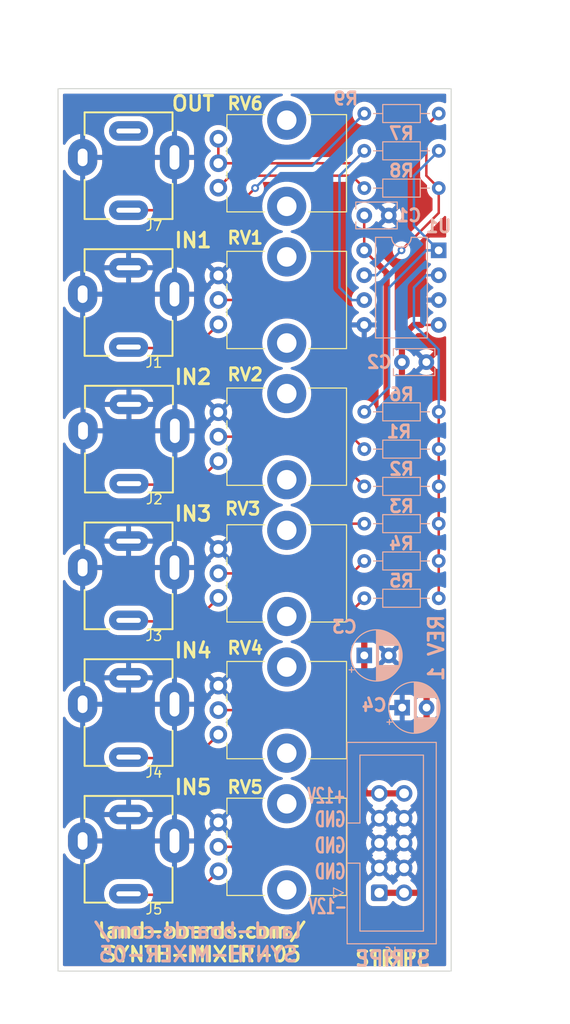
<source format=kicad_pcb>
(kicad_pcb (version 20211014) (generator pcbnew)
  (title_block (title "SYNTH-MIXER-05") (date "2022-09-27") (rev "1") (company "8 HP WIDE"))
  (layers (0 "F.Cu" signal) (31 "B.Cu" signal) (34 "B.Paste" user) (35 "F.Paste" user) (36 "B.SilkS" user "B.Silkscreen") (37 "F.SilkS" user "F.Silkscreen") (38 "B.Mask" user) (39 "F.Mask" user) (44 "Edge.Cuts" user))
  (net 0 "")
  (net 1 "+12V")
  (net 2 "GND")
  (net 3 "-12V")
  (net 4 "/IN1")
  (net 5 "/IN2")
  (net 6 "/IN3")
  (net 7 "Net-(R1-Pad1)")
  (net 8 "Net-(R1-Pad2)")
  (net 9 "Net-(R2-Pad1)")
  (net 10 "Net-(R3-Pad1)")
  (net 11 "Net-(R4-Pad1)")
  (net 12 "Net-(R5-Pad1)")
  (net 13 "Net-(R6-Pad2)")
  (net 14 "Net-(R7-Pad2)")
  (net 15 "Net-(R8-Pad1)")
  (net 16 "Net-(R8-Pad2)")
  (net 17 "/IN4")
  (net 18 "/IN5")
  (net 19 "/OUT")
  (footprint "Potentiometer_THT:Potentiometer_Bourns_PTV09A-1_Single_Vertical" (layer "F.Cu") (at 82.85 118.07)
    (fp_text reference "RV5" (at 2.748001 -8.595995) (layer "F.SilkS") (effects (font (size 1.27 1.27) (thickness 0.2794))))
    (fp_text value "100K")
    (pad "" np_thru_hole circle (at 7 1.9) (size 4 4) (drill 2) (layers *.Cu *.Mask))
    (pad "" np_thru_hole circle (at 7 -6.9) (size 4 4) (drill 2) (layers *.Cu *.Mask))
    (pad "1" thru_hole circle (at 0 0) (size 1.8 1.8) (drill 1) (layers *.Cu *.Mask) (net 18 "/IN5"))
    (pad "2" thru_hole circle (at 0 -2.5) (size 1.8 1.8) (drill 1) (layers *.Cu *.Mask) (net 12 "Net-(R5-Pad1)"))
    (pad "3" thru_hole circle (at 0 -5) (size 1.8 1.8) (drill 1) (layers *.Cu *.Mask) (net 2 "GND"))
  )
  (footprint "Potentiometer_THT:Potentiometer_Bourns_PTV09A-1_Single_Vertical" (layer "F.Cu") (at 82.85 62.19)
    (fp_text reference "RV1" (at 2.748001 -8.849995) (layer "F.SilkS") (effects (font (size 1.27 1.27) (thickness 0.2794))))
    (fp_text value "100K")
    (pad "" np_thru_hole circle (at 7 1.9) (size 4 4) (drill 2) (layers *.Cu *.Mask))
    (pad "" np_thru_hole circle (at 7 -6.9) (size 4 4) (drill 2) (layers *.Cu *.Mask))
    (pad "1" thru_hole circle (at 0 0) (size 1.8 1.8) (drill 1) (layers *.Cu *.Mask) (net 4 "/IN1"))
    (pad "2" thru_hole circle (at 0 -2.5) (size 1.8 1.8) (drill 1) (layers *.Cu *.Mask) (net 7 "Net-(R1-Pad1)"))
    (pad "3" thru_hole circle (at 0 -5) (size 1.8 1.8) (drill 1) (layers *.Cu *.Mask) (net 2 "GND"))
  )
  (footprint "Potentiometer_THT:Potentiometer_Bourns_PTV09A-1_Single_Vertical" (layer "F.Cu") (at 82.85 90.13)
    (fp_text reference "RV3" (at 2.494001 -9.103995) (layer "F.SilkS") (effects (font (size 1.27 1.27) (thickness 0.2794))))
    (fp_text value "100K")
    (pad "" np_thru_hole circle (at 7 -6.9) (size 4 4) (drill 2) (layers *.Cu *.Mask))
    (pad "" np_thru_hole circle (at 7 1.9) (size 4 4) (drill 2) (layers *.Cu *.Mask))
    (pad "1" thru_hole circle (at 0 0) (size 1.8 1.8) (drill 1) (layers *.Cu *.Mask) (net 6 "/IN3"))
    (pad "2" thru_hole circle (at 0 -2.5) (size 1.8 1.8) (drill 1) (layers *.Cu *.Mask) (net 10 "Net-(R3-Pad1)"))
    (pad "3" thru_hole circle (at 0 -5) (size 1.8 1.8) (drill 1) (layers *.Cu *.Mask) (net 2 "GND"))
  )
  (footprint "AudioJacks:Jack_3.5mm_QingPu_WQP-PJ301BM_Vertical" (layer "F.Cu") (at 73.66 115.57 180)
    (fp_text reference "J5" (at -2.6 -6.4 180) (layer "F.SilkS"))
    (fp_text value "PJ-301BM")
    (pad "S" thru_hole oval locked (at 4.7 0.6 270) (size 3.8 3) (drill oval 1.8 1) (layers *.Cu *.Mask) (net 2 "GND"))
    (pad "S" thru_hole oval locked (at -4.7 0.6 270) (size 4.5 3) (drill oval 2.5 1) (layers *.Cu *.Mask) (net 2 "GND"))
    (pad "T" thru_hole oval locked (at 0 -4.8 180) (size 4 2) (drill oval 2.5 0.5) (layers *.Cu *.Mask) (net 18 "/IN5"))
    (pad "TN" thru_hole oval locked (at 0 3.3 180) (size 4 2) (drill oval 2.5 0.5) (layers *.Cu *.Mask) (net 2 "GND"))
  )
  (footprint "AudioJacks:Jack_3.5mm_QingPu_WQP-PJ301BM_Vertical" (layer "F.Cu") (at 73.66 45.72 180)
    (fp_text reference "J7" (at -2.6 -6.4 180) (layer "F.SilkS"))
    (fp_text value "PJ-301BM")
    (pad "S" thru_hole oval locked (at -4.7 0.6 270) (size 4.5 3) (drill oval 2.5 1) (layers *.Cu *.Mask) (net 2 "GND"))
    (pad "S" thru_hole oval locked (at 4.7 0.6 270) (size 3.8 3) (drill oval 1.8 1) (layers *.Cu *.Mask) (net 2 "GND"))
    (pad "T" thru_hole oval locked (at 0 -4.8 180) (size 4 2) (drill oval 2.5 0.5) (layers *.Cu *.Mask) (net 19 "/OUT"))
    (pad "TN" thru_hole oval locked (at 0 3.3 180) (size 4 2) (drill oval 2.5 0.5) (layers *.Cu *.Mask))
  )
  (footprint "AudioJacks:Jack_3.5mm_QingPu_WQP-PJ301BM_Vertical" (layer "F.Cu") (at 73.700005 73.66 180)
    (fp_text reference "J2" (at -2.6 -6.4 180) (layer "F.SilkS"))
    (fp_text value "PJ-301BM")
    (pad "S" thru_hole oval locked (at 4.7 0.6 270) (size 3.8 3) (drill oval 1.8 1) (layers *.Cu *.Mask) (net 2 "GND"))
    (pad "S" thru_hole oval locked (at -4.7 0.6 270) (size 4.5 3) (drill oval 2.5 1) (layers *.Cu *.Mask) (net 2 "GND"))
    (pad "T" thru_hole oval locked (at 0 -4.8 180) (size 4 2) (drill oval 2.5 0.5) (layers *.Cu *.Mask) (net 5 "/IN2"))
    (pad "TN" thru_hole oval locked (at 0 3.3 180) (size 4 2) (drill oval 2.5 0.5) (layers *.Cu *.Mask) (net 2 "GND"))
  )
  (footprint "AudioJacks:Jack_3.5mm_QingPu_WQP-PJ301BM_Vertical" (layer "F.Cu") (at 73.66 59.700008 180)
    (fp_text reference "J1" (at -2.6 -6.4 180) (layer "F.SilkS"))
    (fp_text value "PJ-301BM")
    (pad "S" thru_hole oval locked (at -4.7 0.6 270) (size 4.5 3) (drill oval 2.5 1) (layers *.Cu *.Mask) (net 2 "GND"))
    (pad "S" thru_hole oval locked (at 4.7 0.6 270) (size 3.8 3) (drill oval 1.8 1) (layers *.Cu *.Mask) (net 2 "GND"))
    (pad "T" thru_hole oval locked (at 0 -4.8 180) (size 4 2) (drill oval 2.5 0.5) (layers *.Cu *.Mask) (net 4 "/IN1"))
    (pad "TN" thru_hole oval locked (at 0 3.3 180) (size 4 2) (drill oval 2.5 0.5) (layers *.Cu *.Mask) (net 2 "GND"))
  )
  (footprint "Potentiometer_THT:Potentiometer_Bourns_PTV09A-1_Single_Vertical" (layer "F.Cu") (at 82.85 48.22)
    (fp_text reference "RV6" (at 2.748001 -8.595995) (layer "F.SilkS") (effects (font (size 1.27 1.27) (thickness 0.2794))))
    (fp_text value "100K")
    (pad "" np_thru_hole circle (at 7 1.9) (size 4 4) (drill 2) (layers *.Cu *.Mask))
    (pad "" np_thru_hole circle (at 7 -6.9) (size 4 4) (drill 2) (layers *.Cu *.Mask))
    (pad "1" thru_hole circle (at 0 0) (size 1.8 1.8) (drill 1) (layers *.Cu *.Mask) (net 15 "Net-(R8-Pad1)"))
    (pad "2" thru_hole circle (at 0 -2.5) (size 1.8 1.8) (drill 1) (layers *.Cu *.Mask) (net 14 "Net-(R7-Pad2)"))
    (pad "3" thru_hole circle (at 0 -5) (size 1.8 1.8) (drill 1) (layers *.Cu *.Mask) (net 14 "Net-(R7-Pad2)"))
  )
  (footprint "AudioJacks:Jack_3.5mm_QingPu_WQP-PJ301BM_Vertical" (layer "F.Cu") (at 73.66 101.6 180)
    (fp_text reference "J4" (at -2.6 -6.4 180) (layer "F.SilkS"))
    (fp_text value "PJ-301BM")
    (pad "S" thru_hole oval locked (at 4.7 0.6 270) (size 3.8 3) (drill oval 1.8 1) (layers *.Cu *.Mask) (net 2 "GND"))
    (pad "S" thru_hole oval locked (at -4.7 0.6 270) (size 4.5 3) (drill oval 2.5 1) (layers *.Cu *.Mask) (net 2 "GND"))
    (pad "T" thru_hole oval locked (at 0 -4.8 180) (size 4 2) (drill oval 2.5 0.5) (layers *.Cu *.Mask) (net 17 "/IN4"))
    (pad "TN" thru_hole oval locked (at 0 3.3 180) (size 4 2) (drill oval 2.5 0.5) (layers *.Cu *.Mask) (net 2 "GND"))
  )
  (footprint "Potentiometer_THT:Potentiometer_Bourns_PTV09A-1_Single_Vertical" (layer "F.Cu") (at 82.85 76.16)
    (fp_text reference "RV2" (at 2.748001 -8.849995) (layer "F.SilkS") (effects (font (size 1.27 1.27) (thickness 0.2794))))
    (fp_text value "100K")
    (pad "" np_thru_hole circle (at 7 1.9) (size 4 4) (drill 2) (layers *.Cu *.Mask))
    (pad "" np_thru_hole circle (at 7 -6.9) (size 4 4) (drill 2) (layers *.Cu *.Mask))
    (pad "1" thru_hole circle (at 0 0) (size 1.8 1.8) (drill 1) (layers *.Cu *.Mask) (net 5 "/IN2"))
    (pad "2" thru_hole circle (at 0 -2.5) (size 1.8 1.8) (drill 1) (layers *.Cu *.Mask) (net 9 "Net-(R2-Pad1)"))
    (pad "3" thru_hole circle (at 0 -5) (size 1.8 1.8) (drill 1) (layers *.Cu *.Mask) (net 2 "GND"))
  )
  (footprint "Potentiometer_THT:Potentiometer_Bourns_PTV09A-1_Single_Vertical" (layer "F.Cu") (at 82.85 104.1)
    (fp_text reference "RV4" (at 2.748001 -8.849995) (layer "F.SilkS") (effects (font (size 1.27 1.27) (thickness 0.2794))))
    (fp_text value "100K")
    (pad "" np_thru_hole circle (at 7 1.9) (size 4 4) (drill 2) (layers *.Cu *.Mask))
    (pad "" np_thru_hole circle (at 7 -6.9) (size 4 4) (drill 2) (layers *.Cu *.Mask))
    (pad "1" thru_hole circle (at 0 0) (size 1.8 1.8) (drill 1) (layers *.Cu *.Mask) (net 17 "/IN4"))
    (pad "2" thru_hole circle (at 0 -2.5) (size 1.8 1.8) (drill 1) (layers *.Cu *.Mask) (net 11 "Net-(R4-Pad1)"))
    (pad "3" thru_hole circle (at 0 -5) (size 1.8 1.8) (drill 1) (layers *.Cu *.Mask) (net 2 "GND"))
  )
  (footprint "AudioJacks:Jack_3.5mm_QingPu_WQP-PJ301BM_Vertical" (layer "F.Cu") (at 73.66 87.63 180)
    (fp_text reference "J3" (at -2.6 -6.4 180) (layer "F.SilkS"))
    (fp_text value "PJ-301BM")
    (pad "S" thru_hole oval locked (at 4.7 0.6 270) (size 3.8 3) (drill oval 1.8 1) (layers *.Cu *.Mask) (net 2 "GND"))
    (pad "S" thru_hole oval locked (at -4.7 0.6 270) (size 4.5 3) (drill oval 2.5 1) (layers *.Cu *.Mask) (net 2 "GND"))
    (pad "T" thru_hole oval locked (at 0 -4.8 180) (size 4 2) (drill oval 2.5 0.5) (layers *.Cu *.Mask) (net 6 "/IN3"))
    (pad "TN" thru_hole oval locked (at 0 3.3 180) (size 4 2) (drill oval 2.5 0.5) (layers *.Cu *.Mask) (net 2 "GND"))
  )
  (footprint "Capacitor_THT:C_Rect_L4.0mm_W2.5mm_P2.50mm" (layer "B.Cu") (at 104.14 66.04 180)
    (fp_text reference "C2" (at 4.826 0) (layer "B.SilkS") (effects (font (size 1.27 1.27) (thickness 0.2794)) (justify mirror)))
    (fp_text value "0.1uF")
    (pad "1" thru_hole circle (at 0 0 180) (size 1.6 1.6) (drill 0.8) (layers *.Cu *.Mask) (net 2 "GND"))
    (pad "2" thru_hole circle (at 2.5 0 180) (size 1.6 1.6) (drill 0.8) (layers *.Cu *.Mask) (net 3 "-12V"))
  )
  (footprint "Connector_IDC:IDC-Header_2x05_P2.54mm_Vertical" (layer "B.Cu") (at 99.3235 120.269)
    (fp_text reference "J6" (at 1.27 6.1) (layer "B.SilkS") (effects (justify mirror)))
    (fp_text value "Conn_02x05")
    (pad "1" thru_hole roundrect (at 0 0) (size 1.7 1.7) (drill 1) (layers *.Cu *.Mask) (roundrect_rratio 0.1470588235) (net 3 "-12V"))
    (pad "2" thru_hole circle (at 2.54 0) (size 1.7 1.7) (drill 1) (layers *.Cu *.Mask) (net 3 "-12V"))
    (pad "3" thru_hole circle (at 0 -2.54) (size 1.7 1.7) (drill 1) (layers *.Cu *.Mask) (net 2 "GND"))
    (pad "4" thru_hole circle (at 2.54 -2.54) (size 1.7 1.7) (drill 1) (layers *.Cu *.Mask) (net 2 "GND"))
    (pad "5" thru_hole circle (at 0 -5.08) (size 1.7 1.7) (drill 1) (layers *.Cu *.Mask) (net 2 "GND"))
    (pad "6" thru_hole circle (at 2.54 -5.08) (size 1.7 1.7) (drill 1) (layers *.Cu *.Mask) (net 2 "GND"))
    (pad "7" thru_hole circle (at 0 -7.62) (size 1.7 1.7) (drill 1) (layers *.Cu *.Mask) (net 2 "GND"))
    (pad "8" thru_hole circle (at 2.54 -7.62) (size 1.7 1.7) (drill 1) (layers *.Cu *.Mask) (net 2 "GND"))
    (pad "9" thru_hole circle (at 0 -10.16) (size 1.7 1.7) (drill 1) (layers *.Cu *.Mask) (net 1 "+12V"))
    (pad "10" thru_hole circle (at 2.54 -10.16) (size 1.7 1.7) (drill 1) (layers *.Cu *.Mask) (net 1 "+12V"))
  )
  (footprint "Resistor_THT:R_Axial_DIN0204_L3.6mm_D1.6mm_P7.62mm_Horizontal" (layer "B.Cu") (at 97.79 82.55)
    (fp_text reference "R3" (at 3.81 -1.778) (layer "B.SilkS") (effects (font (size 1.27 1.27) (thickness 0.2794)) (justify mirror)))
    (fp_text value "100K")
    (pad "1" thru_hole circle (at 0 0) (size 1.4 1.4) (drill 0.7) (layers *.Cu *.Mask) (net 10 "Net-(R3-Pad1)"))
    (pad "2" thru_hole oval (at 7.62 0) (size 1.4 1.4) (drill 0.7) (layers *.Cu *.Mask) (net 8 "Net-(R1-Pad2)"))
  )
  (footprint "Resistor_THT:R_Axial_DIN0204_L3.6mm_D1.6mm_P7.62mm_Horizontal" (layer "B.Cu") (at 97.79 48.26)
    (fp_text reference "R8" (at 3.81 -1.778) (layer "B.SilkS") (effects (font (size 1.27 1.27) (thickness 0.2794)) (justify mirror)))
    (fp_text value "4.7K")
    (pad "1" thru_hole circle (at 0 0) (size 1.4 1.4) (drill 0.7) (layers *.Cu *.Mask) (net 15 "Net-(R8-Pad1)"))
    (pad "2" thru_hole oval (at 7.62 0) (size 1.4 1.4) (drill 0.7) (layers *.Cu *.Mask) (net 16 "Net-(R8-Pad2)"))
  )
  (footprint "Resistor_THT:R_Axial_DIN0204_L3.6mm_D1.6mm_P7.62mm_Horizontal" (layer "B.Cu") (at 97.79 90.17)
    (fp_text reference "R5" (at 3.81 -1.778) (layer "B.SilkS") (effects (font (size 1.27 1.27) (thickness 0.2794)) (justify mirror)))
    (fp_text value "100K")
    (pad "1" thru_hole circle (at 0 0) (size 1.4 1.4) (drill 0.7) (layers *.Cu *.Mask) (net 12 "Net-(R5-Pad1)"))
    (pad "2" thru_hole oval (at 7.62 0) (size 1.4 1.4) (drill 0.7) (layers *.Cu *.Mask) (net 8 "Net-(R1-Pad2)"))
  )
  (footprint "Resistor_THT:R_Axial_DIN0204_L3.6mm_D1.6mm_P7.62mm_Horizontal" (layer "B.Cu") (at 97.79 78.74)
    (fp_text reference "R2" (at 3.81 -1.778) (layer "B.SilkS") (effects (font (size 1.27 1.27) (thickness 0.2794)) (justify mirror)))
    (fp_text value "100K")
    (pad "1" thru_hole circle (at 0 0) (size 1.4 1.4) (drill 0.7) (layers *.Cu *.Mask) (net 9 "Net-(R2-Pad1)"))
    (pad "2" thru_hole oval (at 7.62 0) (size 1.4 1.4) (drill 0.7) (layers *.Cu *.Mask) (net 8 "Net-(R1-Pad2)"))
  )
  (footprint "Resistor_THT:R_Axial_DIN0204_L3.6mm_D1.6mm_P7.62mm_Horizontal" (layer "B.Cu") (at 97.79 86.36)
    (fp_text reference "R4" (at 3.81 -1.778) (layer "B.SilkS") (effects (font (size 1.27 1.27) (thickness 0.2794)) (justify mirror)))
    (fp_text value "100K")
    (pad "1" thru_hole circle (at 0 0) (size 1.4 1.4) (drill 0.7) (layers *.Cu *.Mask) (net 11 "Net-(R4-Pad1)"))
    (pad "2" thru_hole oval (at 7.62 0) (size 1.4 1.4) (drill 0.7) (layers *.Cu *.Mask) (net 8 "Net-(R1-Pad2)"))
  )
  (footprint "Resistor_THT:R_Axial_DIN0204_L3.6mm_D1.6mm_P7.62mm_Horizontal" (layer "B.Cu") (at 105.41 40.64 180)
    (fp_text reference "R9" (at 9.525 1.524) (layer "B.SilkS") (effects (font (size 1.27 1.27) (thickness 0.2794)) (justify mirror)))
    (fp_text value "1K")
    (pad "1" thru_hole circle (at 0 0 180) (size 1.4 1.4) (drill 0.7) (layers *.Cu *.Mask) (net 16 "Net-(R8-Pad2)"))
    (pad "2" thru_hole oval (at 7.62 0 180) (size 1.4 1.4) (drill 0.7) (layers *.Cu *.Mask) (net 19 "/OUT"))
  )
  (footprint "Capacitor_THT:C_Rect_L4.0mm_W2.5mm_P2.50mm" (layer "B.Cu") (at 97.79 51.054)
    (fp_text reference "C1" (at 4.572 0) (layer "B.SilkS") (effects (font (size 1.27 1.27) (thickness 0.2794)) (justify mirror)))
    (fp_text value "0.1uF")
    (pad "1" thru_hole circle (at 0 0) (size 1.6 1.6) (drill 0.8) (layers *.Cu *.Mask) (net 1 "+12V"))
    (pad "2" thru_hole circle (at 2.5 0) (size 1.6 1.6) (drill 0.8) (layers *.Cu *.Mask) (net 2 "GND"))
  )
  (footprint "Resistor_THT:R_Axial_DIN0204_L3.6mm_D1.6mm_P7.62mm_Horizontal" (layer "B.Cu") (at 105.41 71.12 180)
    (fp_text reference "R6" (at 3.81 1.778) (layer "B.SilkS") (effects (font (size 1.27 1.27) (thickness 0.2794)) (justify mirror)))
    (fp_text value "100K")
    (pad "1" thru_hole circle (at 0 0 180) (size 1.4 1.4) (drill 0.7) (layers *.Cu *.Mask) (net 8 "Net-(R1-Pad2)"))
    (pad "2" thru_hole oval (at 7.62 0 180) (size 1.4 1.4) (drill 0.7) (layers *.Cu *.Mask) (net 13 "Net-(R6-Pad2)"))
  )
  (footprint "Package_DIP:DIP-8_W7.62mm" (layer "B.Cu") (at 105.4 54.62 180)
    (fp_text reference "U1" (at -0.01 2.45) (layer "B.SilkS") (effects (font (size 1.27 1.27) (thickness 0.2794)) (justify mirror)))
    (fp_text value "TL072")
    (pad "1" thru_hole rect (at 0 0 180) (size 1.6 1.6) (drill 0.8) (layers *.Cu *.Mask) (net 13 "Net-(R6-Pad2)"))
    (pad "2" thru_hole oval (at 0 -2.54 180) (size 1.6 1.6) (drill 0.8) (layers *.Cu *.Mask) (net 8 "Net-(R1-Pad2)"))
    (pad "3" thru_hole oval (at 0 -5.08 180) (size 1.6 1.6) (drill 0.8) (layers *.Cu *.Mask) (net 2 "GND"))
    (pad "4" thru_hole oval (at 0 -7.62 180) (size 1.6 1.6) (drill 0.8) (layers *.Cu *.Mask) (net 3 "-12V"))
    (pad "5" thru_hole oval (at 7.62 -7.62 180) (size 1.6 1.6) (drill 0.8) (layers *.Cu *.Mask) (net 2 "GND"))
    (pad "6" thru_hole oval (at 7.62 -5.08 180) (size 1.6 1.6) (drill 0.8) (layers *.Cu *.Mask) (net 14 "Net-(R7-Pad2)"))
    (pad "7" thru_hole oval (at 7.62 -2.54 180) (size 1.6 1.6) (drill 0.8) (layers *.Cu *.Mask) (net 16 "Net-(R8-Pad2)"))
    (pad "8" thru_hole oval (at 7.62 0 180) (size 1.6 1.6) (drill 0.8) (layers *.Cu *.Mask) (net 1 "+12V"))
  )
  (footprint "Capacitor_THT:CP_Radial_D5.0mm_P2.50mm" (layer "B.Cu") (at 97.79 96.012)
    (fp_text reference "C3" (at -2.032 -2.921) (layer "B.SilkS") (effects (font (size 1.27 1.27) (thickness 0.2794)) (justify mirror)))
    (fp_text value "10uF")
    (pad "1" thru_hole rect (at 0 0) (size 1.6 1.6) (drill 0.8) (layers *.Cu *.Mask) (net 1 "+12V"))
    (pad "2" thru_hole circle (at 2.5 0) (size 1.6 1.6) (drill 0.8) (layers *.Cu *.Mask) (net 2 "GND"))
  )
  (footprint "Resistor_THT:R_Axial_DIN0204_L3.6mm_D1.6mm_P7.62mm_Horizontal" (layer "B.Cu") (at 105.41 44.45 180)
    (fp_text reference "R7" (at 3.81 1.778) (layer "B.SilkS") (effects (font (size 1.27 1.27) (thickness 0.2794)) (justify mirror)))
    (fp_text value "22K")
    (pad "1" thru_hole circle (at 0 0 180) (size 1.4 1.4) (drill 0.7) (layers *.Cu *.Mask) (net 13 "Net-(R6-Pad2)"))
    (pad "2" thru_hole oval (at 7.62 0 180) (size 1.4 1.4) (drill 0.7) (layers *.Cu *.Mask) (net 14 "Net-(R7-Pad2)"))
  )
  (footprint "Capacitor_THT:CP_Radial_D5.0mm_P2.50mm" (layer "B.Cu") (at 101.664888 101.346)
    (fp_text reference "C4" (at -2.858888 -0.254) (layer "B.SilkS") (effects (font (size 1.27 1.27) (thickness 0.2794)) (justify mirror)))
    (fp_text value "10uF")
    (pad "1" thru_hole rect (at 0 0) (size 1.6 1.6) (drill 0.8) (layers *.Cu *.Mask) (net 2 "GND"))
    (pad "2" thru_hole circle (at 2.5 0) (size 1.6 1.6) (drill 0.8) (layers *.Cu *.Mask) (net 3 "-12V"))
  )
  (footprint "Resistor_THT:R_Axial_DIN0204_L3.6mm_D1.6mm_P7.62mm_Horizontal" (layer "B.Cu") (at 97.79 74.93)
    (fp_text reference "R1" (at 3.556 -1.778) (layer "B.SilkS") (effects (font (size 1.27 1.27) (thickness 0.2794)) (justify mirror)))
    (fp_text value "100K")
    (pad "1" thru_hole circle (at 0 0) (size 1.4 1.4) (drill 0.7) (layers *.Cu *.Mask) (net 7 "Net-(R1-Pad1)"))
    (pad "2" thru_hole oval (at 7.62 0) (size 1.4 1.4) (drill 0.7) (layers *.Cu *.Mask) (net 8 "Net-(R1-Pad2)"))
  )
  (gr_rect (start 66.44 38.1) (end 106.68 128.27) (layer "Edge.Cuts") (width 0.1) (fill none))
  (gr_text "STRIPE" (at 100.711 127) (layer "B.SilkS") (effects (font (size 1.5 1.5) (thickness 0.3)) (justify mirror)))
  (gr_text "GND" (at 96.012 115.443) (layer "B.SilkS") (effects (font (size 1.5 1.016) (thickness 0.254)) (justify left mirror)))
  (gr_text "-12V" (at 96.139 121.666) (layer "B.SilkS") (effects (font (size 1.5 0.9652) (thickness 0.2413)) (justify left mirror)))
  (gr_text "REV 1" (at 105.156 95.25 90) (layer "B.SilkS") (effects (font (size 1.5 1.5) (thickness 0.3)) (justify mirror)))
  (gr_text "land-boards.com/\nSYNTH-MIXER-05" (at 80.772 125.349) (layer "B.SilkS") (effects (font (size 1.5 1.5) (thickness 0.3)) (justify mirror)))
  (gr_text "GND" (at 96.012 118.11) (layer "B.SilkS") (effects (font (size 1.5 1.016) (thickness 0.254)) (justify left mirror)))
  (gr_text "GND" (at 96.012 112.776) (layer "B.SilkS") (effects (font (size 1.5 1.016) (thickness 0.254)) (justify left mirror)))
  (gr_text "+12V" (at 96.012 110.363) (layer "B.SilkS") (effects (font (size 1.5 0.9652) (thickness 0.2413)) (justify left mirror)))
  (gr_text "IN1" (at 80.264 53.594) (layer "F.SilkS") (effects (font (size 1.5 1.5) (thickness 0.3))))
  (gr_text "IN3" (at 80.264 81.534) (layer "F.SilkS") (effects (font (size 1.5 1.5) (thickness 0.3))))
  (gr_text "IN4" (at 80.264 95.504) (layer "F.SilkS") (effects (font (size 1.5 1.5) (thickness 0.3))))
  (gr_text "land-boards.com/\nSYNTH-MIXER-05" (at 81.153 125.349) (layer "F.SilkS") (effects (font (size 1.5 1.5) (thickness 0.3))))
  (gr_text "IN5" (at 80.264 109.474) (layer "F.SilkS") (effects (font (size 1.5 1.5) (thickness 0.3))))
  (gr_text "OUT" (at 80.264 39.624) (layer "F.SilkS") (effects (font (size 1.5 1.5) (thickness 0.3))))
  (gr_text "STRIPE" (at 100.711 127) (layer "F.SilkS") (effects (font (size 1.5 1.5) (thickness 0.3))))
  (gr_text "IN2" (at 80.264 67.564) (layer "F.SilkS") (effects (font (size 1.5 1.5) (thickness 0.3))))
  (segment (start 97.79 96.52) (end 97.79 92.71) (width 0.254) (layer "F.Cu") (net 1))
  (segment (start 97.79 92.71) (end 97.79 94.107) (width 0.635) (layer "F.Cu") (net 1))
  (segment (start 98.923 55.763) (end 97.78 54.62) (width 0.254) (layer "F.Cu") (net 1))
  (segment (start 97.78 54.62) (end 97.78 50.81) (width 0.254) (layer "F.Cu") (net 1))
  (segment (start 100.076 90.424) (end 100.076 56.916) (width 0.635) (layer "F.Cu") (net 1))
  (segment (start 100.076 56.916) (end 98.923 55.763) (width 0.635) (layer "F.Cu") (net 1))
  (segment (start 97.79 92.71) (end 100.076 90.424) (width 0.635) (layer "F.Cu") (net 1))
  (segment (start 97.79 94.107) (end 97.79 109.855) (width 0.635) (layer "F.Cu") (net 1))
  (segment (start 97.79 94.107) (end 97.79 96.012) (width 0.635) (layer "F.Cu") (net 1))
  (segment (start 98.044 110.109) (end 99.3235 110.109) (width 0.635) (layer "F.Cu") (net 1))
  (segment (start 97.79 109.855) (end 98.044 110.109) (width 0.635) (layer "F.Cu") (net 1))
  (segment (start 99.3235 110.109) (end 101.8635 110.109) (width 0.635) (layer "F.Cu") (net 1))
  (segment (start 104.1 92.67) (end 101.64 90.21) (width 0.254) (layer "F.Cu") (net 3))
  (segment (start 101.64 90.21) (end 101.64 89.622) (width 0.635) (layer "F.Cu") (net 3))
  (segment (start 103.338 92.242) (end 104.1 93.004) (width 0.635) (layer "F.Cu") (net 3))
  (segment (start 101.64 63.46) (end 102.86 62.24) (width 0.635) (layer "F.Cu") (net 3))
  (segment (start 105.156 119.507) (end 104.394 120.269) (width 0.635) (layer "F.Cu") (net 3))
  (segment (start 104.164888 102.894888) (end 105.156 103.886) (width 0.635) (layer "F.Cu") (net 3))
  (segment (start 101.64 89.622) (end 101.64 90.544) (width 0.635) (layer "F.Cu") (net 3))
  (segment (start 105.156 103.886) (end 105.156 119.507) (width 0.635) (layer "F.Cu") (net 3))
  (segment (start 105.4 62.24) (end 103.642 62.24) (width 0.254) (layer "F.Cu") (net 3))
  (segment (start 104.164888 93.068888) (end 104.164888 100.33) (width 0.635) (layer "F.Cu") (net 3))
  (segment (start 104.1 102.83) (end 104.1 93.004) (width 0.254) (layer "F.Cu") (net 3))
  (segment (start 102.86 62.24) (end 103.642 62.24) (width 0.635) (layer "F.Cu") (net 3))
  (segment (start 101.64 89.622) (end 101.64 66.04) (width 0.635) (layer "F.Cu") (net 3))
  (segment (start 99.3235 120.269) (end 104.394 120.269) (width 0.635) (layer "F.Cu") (net 3))
  (segment (start 104.1 93.004) (end 104.1 92.67) (width 0.254) (layer "F.Cu") (net 3))
  (segment (start 104.164888 100.33) (end 104.164888 102.894888) (width 0.635) (layer "F.Cu") (net 3))
  (segment (start 101.64 66.04) (end 101.64 63.46) (width 0.635) (layer "F.Cu") (net 3))
  (segment (start 103.338 92.242) (end 104.164888 93.068888) (width 0.635) (layer "F.Cu") (net 3))
  (segment (start 101.64 90.544) (end 103.338 92.242) (width 0.635) (layer "F.Cu") (net 3))
  (segment (start 73.66 64.6) (end 80.44 64.6) (width 0.254) (layer "F.Cu") (net 4))
  (segment (start 80.44 64.6) (end 82.85 62.19) (width 0.254) (layer "F.Cu") (net 4))
  (segment (start 73.7 78.56) (end 80.45 78.56) (width 0.254) (layer "F.Cu") (net 5))
  (segment (start 80.45 78.56) (end 82.85 76.16) (width 0.254) (layer "F.Cu") (net 5))
  (segment (start 80.45 92.53) (end 82.85 90.13) (width 0.254) (layer "F.Cu") (net 6))
  (segment (start 73.66 92.53) (end 80.45 92.53) (width 0.254) (layer "F.Cu") (net 6))
  (segment (start 96.012 63.246) (end 96.012 73.152) (width 0.254) (layer "F.Cu") (net 7))
  (segment (start 82.85 59.69) (end 92.456 59.69) (width 0.254) (layer "F.Cu") (net 7))
  (segment (start 92.456 59.69) (end 96.012 63.246) (width 0.254) (layer "F.Cu") (net 7))
  (segment (start 96.012 73.152) (end 97.79 74.93) (width 0.254) (layer "F.Cu") (net 7))
  (segment (start 105.41 71.12) (end 105.41 74.93) (width 0.254) (layer "F.Cu") (net 8))
  (segment (start 105.41 82.55) (end 105.41 86.36) (width 0.254) (layer "F.Cu") (net 8))
  (segment (start 105.41 74.93) (end 105.41 78.74) (width 0.254) (layer "F.Cu") (net 8))
  (segment (start 105.41 78.74) (end 105.41 82.55) (width 0.254) (layer "F.Cu") (net 8))
  (segment (start 105.41 90.17) (end 105.41 86.36) (width 0.254) (layer "F.Cu") (net 8))
  (segment (start 102.87 62.23) (end 102.87 58.42) (width 0.254) (layer "B.Cu") (net 8))
  (segment (start 105.41 71.12) (end 105.41 64.77) (width 0.254) (layer "B.Cu") (net 8))
  (segment (start 105.41 64.77) (end 102.87 62.23) (width 0.254) (layer "B.Cu") (net 8))
  (segment (start 104.14 57.15) (end 104.15 57.16) (width 0.254) (layer "B.Cu") (net 8))
  (segment (start 104.15 57.16) (end 105.4 57.16) (width 0.254) (layer "B.Cu") (net 8))
  (segment (start 102.87 58.42) (end 104.14 57.15) (width 0.254) (layer "B.Cu") (net 8))
  (segment (start 82.85 73.66) (end 92.71 73.66) (width 0.254) (layer "F.Cu") (net 9))
  (segment (start 92.71 73.66) (end 97.79 78.74) (width 0.254) (layer "F.Cu") (net 9))
  (segment (start 89.408 87.63) (end 94.488 82.55) (width 0.254) (layer "F.Cu") (net 10))
  (segment (start 82.85 87.63) (end 89.408 87.63) (width 0.254) (layer "F.Cu") (net 10))
  (segment (start 94.488 82.55) (end 97.79 82.55) (width 0.254) (layer "F.Cu") (net 10))
  (segment (start 93.98 90.17) (end 93.98 98.044) (width 0.254) (layer "F.Cu") (net 11))
  (segment (start 93.98 98.044) (end 90.424 101.6) (width 0.254) (layer "F.Cu") (net 11))
  (segment (start 90.424 101.6) (end 82.85 101.6) (width 0.254) (layer "F.Cu") (net 11))
  (segment (start 97.79 86.36) (end 93.98 90.17) (width 0.254) (layer "F.Cu") (net 11))
  (segment (start 95.504 92.456) (end 97.79 90.17) (width 0.254) (layer "F.Cu") (net 12))
  (segment (start 82.85 115.57) (end 91.186 115.57) (width 0.254) (layer "F.Cu") (net 12))
  (segment (start 95.504 111.252) (end 95.504 92.456) (width 0.254) (layer "F.Cu") (net 12))
  (segment (start 91.186 115.57) (end 95.504 111.252) (width 0.254) (layer "F.Cu") (net 12))
  (segment (start 102.87 52.09) (end 102.87 46.99) (width 0.254) (layer "B.Cu") (net 13))
  (segment (start 105.4 54.62) (end 102.87 52.09) (width 0.254) (layer "B.Cu") (net 13))
  (segment (start 97.79 71.12) (end 100.33 68.58) (width 0.254) (layer "B.Cu") (net 13))
  (segment (start 100.33 68.58) (end 100.33 58.42) (width 0.254) (layer "B.Cu") (net 13))
  (segment (start 104.13 54.62) (end 105.4 54.62) (width 0.254) (layer "B.Cu") (net 13))
  (segment (start 100.33 58.42) (end 104.13 54.62) (width 0.254) (layer "B.Cu") (net 13))
  (segment (start 102.87 46.99) (end 105.41 44.45) (width 0.254) (layer "B.Cu") (net 13))
  (segment (start 82.85 45.72) (end 96.52 45.72) (width 0.254) (layer "F.Cu") (net 14))
  (segment (start 96.52 45.72) (end 97.79 44.45) (width 0.254) (layer "F.Cu") (net 14))
  (segment (start 82.85 45.72) (end 82.85 43.22) (width 0.254) (layer "F.Cu") (net 14))
  (segment (start 95.25 46.99) (end 97.79 44.45) (width 0.254) (layer "B.Cu") (net 14))
  (segment (start 97.78 59.7) (end 96.53 59.7) (width 0.254) (layer "B.Cu") (net 14))
  (segment (start 96.53 59.7) (end 95.25 58.42) (width 0.254) (layer "B.Cu") (net 14))
  (segment (start 95.25 58.42) (end 95.25 46.99) (width 0.254) (layer "B.Cu") (net 14))
  (segment (start 82.85 48.22) (end 84.08 46.99) (width 0.254) (layer "F.Cu") (net 15))
  (segment (start 96.52 46.99) (end 97.79 48.26) (width 0.254) (layer "F.Cu") (net 15))
  (segment (start 84.08 46.99) (end 96.52 46.99) (width 0.254) (layer "F.Cu") (net 15))
  (segment (start 105.41 50.8) (end 105.41 48.26) (width 0.254) (layer "F.Cu") (net 16))
  (segment (start 105.41 48.26) (end 104.14 46.99) (width 0.254) (layer "F.Cu") (net 16))
  (segment (start 104.14 41.91) (end 105.41 40.64) (width 0.254) (layer "F.Cu") (net 16))
  (segment (start 101.6 54.61) (end 105.41 50.8) (width 0.254) (layer "F.Cu") (net 16))
  (segment (start 104.14 46.99) (end 104.14 41.91) (width 0.254) (layer "F.Cu") (net 16))
  (via (at 101.6 54.61) (size 0.8) (drill 0.4) (layers "F.Cu" "B.Cu") (net 16))
  (segment (start 97.78 57.16) (end 99.05 57.16) (width 0.254) (layer "B.Cu") (net 16))
  (segment (start 99.05 57.16) (end 101.6 54.61) (width 0.254) (layer "B.Cu") (net 16))
  (segment (start 73.66 106.5) (end 80.45 106.5) (width 0.254) (layer "F.Cu") (net 17))
  (segment (start 80.45 106.5) (end 82.85 104.1) (width 0.254) (layer "F.Cu") (net 17))
  (segment (start 80.45 120.47) (end 82.85 118.07) (width 0.254) (layer "F.Cu") (net 18))
  (segment (start 73.66 120.47) (end 80.45 120.47) (width 0.254) (layer "F.Cu") (net 18))
  (segment (start 73.66 50.52) (end 84.354 50.52) (width 0.254) (layer "F.Cu") (net 19))
  (segment (start 84.354 50.52) (end 86.614 48.26) (width 0.254) (layer "F.Cu") (net 19))
  (via (at 86.614 48.26) (size 0.8) (drill 0.4) (layers "F.Cu" "B.Cu") (net 19))
  (segment (start 86.614 48.26) (end 88.9 45.974) (width 0.254) (layer "B.Cu") (net 19))
  (segment (start 88.9 45.974) (end 92.456 45.974) (width 0.254) (layer "B.Cu") (net 19))
  (segment (start 92.456 45.974) (end 97.79 40.64) (width 0.254) (layer "B.Cu") (net 19))
  (zone (net 2) (net_name "GND") (layers F&B.Cu) (connect_pads (clearance 0.508)) (min_thickness 0.254) (fill yes (thermal_gap 0.508) (thermal_bridge_width 0.508))
    (polygon (pts (xy 106.68 128.27) (xy 66.34 128.27) (xy 66.34 38.1) (xy 106.68 38.1)))
  )
)
</source>
